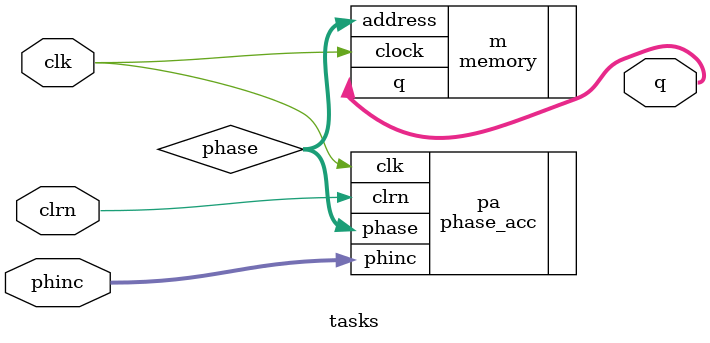
<source format=v>
module tasks (phinc,clk,clrn,q);
input [7:0]phinc; //величина приращения фазы за один период тактового сигнала
input clk, clrn; //clk – тактовый сигнал
				 //clrn – вход асинхронного сброса
output	[7:0]  q;
wire [7:0] phase;

phase_acc pa(.phinc(phinc), .clk(clk), .clrn(clrn), .phase(phase));

memory m(.address(phase), .clock(clk), .q(q));

endmodule

</source>
